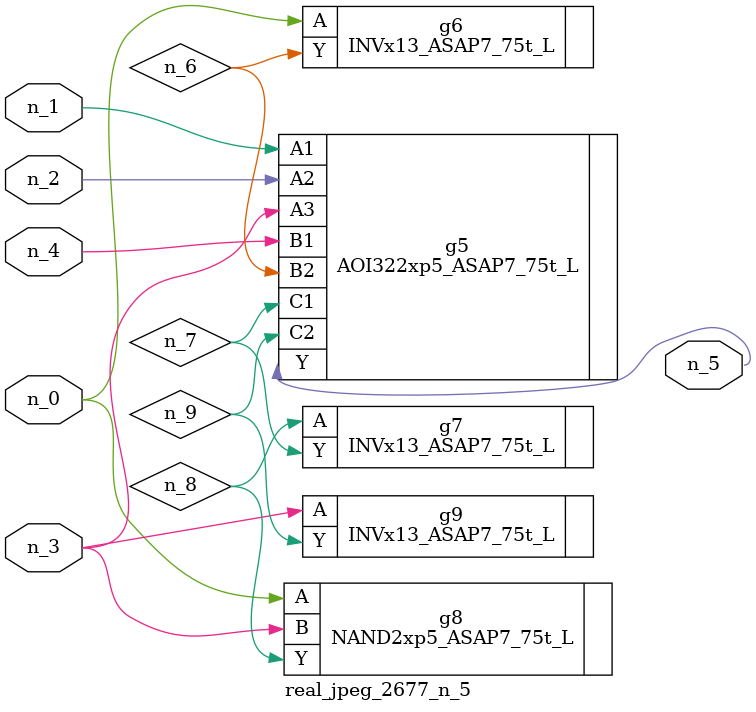
<source format=v>
module real_jpeg_2677_n_5 (n_4, n_0, n_1, n_2, n_3, n_5);

input n_4;
input n_0;
input n_1;
input n_2;
input n_3;

output n_5;

wire n_8;
wire n_6;
wire n_7;
wire n_9;

INVx13_ASAP7_75t_L g6 ( 
.A(n_0),
.Y(n_6)
);

NAND2xp5_ASAP7_75t_L g8 ( 
.A(n_0),
.B(n_3),
.Y(n_8)
);

AOI322xp5_ASAP7_75t_L g5 ( 
.A1(n_1),
.A2(n_2),
.A3(n_3),
.B1(n_4),
.B2(n_6),
.C1(n_7),
.C2(n_9),
.Y(n_5)
);

INVx13_ASAP7_75t_L g9 ( 
.A(n_3),
.Y(n_9)
);

INVx13_ASAP7_75t_L g7 ( 
.A(n_8),
.Y(n_7)
);


endmodule
</source>
